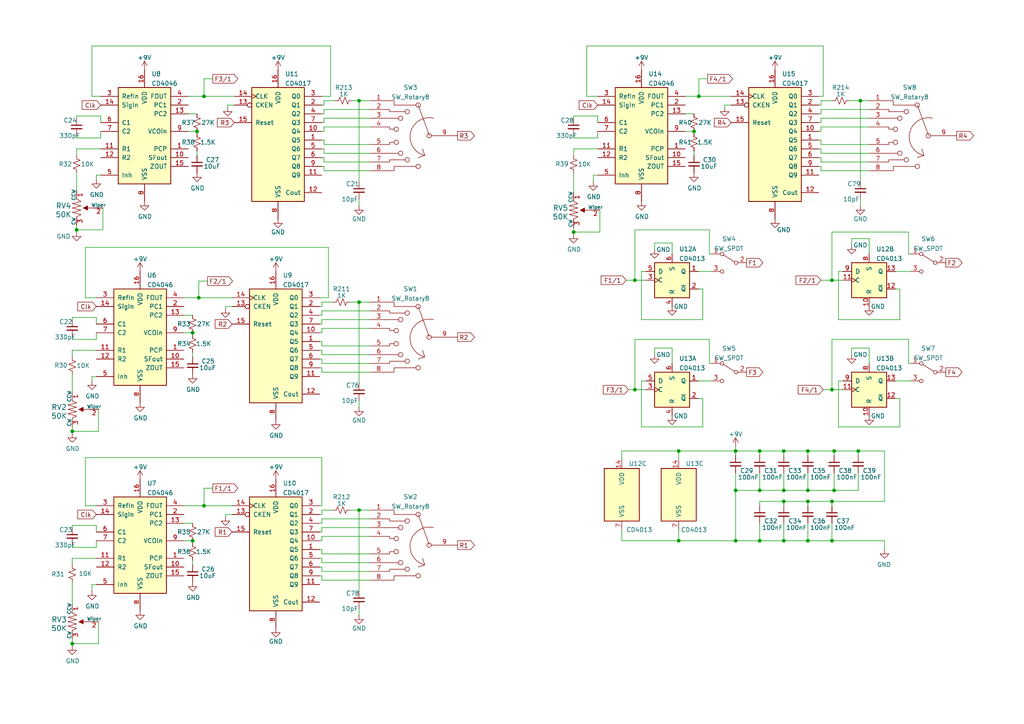
<source format=kicad_sch>
(kicad_sch (version 20211123) (generator eeschema)
  (paper "A4")
  (title_block (title "Twangilizer") (rev "1.1"))
  (junction (at 55.88 156.845))
  (junction (at 55.88 96.52))
  (junction (at 104.14 29.21))
  (junction (at 184.15 81.28))
  (junction (at 241.3 156.845))
  (junction (at 227.33 142.24))
  (junction (at 166.37 67.31))
  (junction (at 196.85 130.81))
  (junction (at 104.14 87.63))
  (junction (at 234.315 145.415))
  (junction (at 220.345 156.845))
  (junction (at 234.315 142.24))
  (junction (at 196.85 156.845))
  (junction (at 20.955 186.69))
  (junction (at 227.33 156.845))
  (junction (at 59.182 27.94))
  (junction (at 241.3 81.28))
  (junction (at 241.3 113.03))
  (junction (at 227.33 145.415))
  (junction (at 241.3 145.415))
  (junction (at 184.15 113.03))
  (junction (at 57.15 38.1))
  (junction (at 213.36 142.24))
  (junction (at 59.182 146.685))
  (junction (at 201.295 38.1))
  (junction (at 234.315 156.845))
  (junction (at 220.345 130.81))
  (junction (at 213.36 156.845))
  (junction (at 20.955 125.095))
  (junction (at 249.555 29.21))
  (junction (at 227.33 130.81))
  (junction (at 104.14 147.955))
  (junction (at 241.935 130.81))
  (junction (at 241.935 142.24))
  (junction (at 57.658 86.36))
  (junction (at 234.315 130.81))
  (junction (at 202.692 27.94))
  (junction (at 22.225 66.675))
  (junction (at 220.345 142.24))
  (junction (at 248.92 130.81))
  (junction (at 213.36 130.81))
  (wire (pts (xy 22.225 40.005) (xy 22.225 39.37)))
  (wire (pts (xy 20.955 123.825) (xy 20.955 125.095)))
  (wire (pts (xy 220.345 137.16) (xy 220.345 142.24)))
  (wire (pts (xy 260.985 83.82) (xy 260.985 92.71)))
  (wire (pts (xy 173.355 33.655) (xy 166.37 33.655)))
  (wire (pts (xy 205.232 22.86) (xy 202.692 22.86)))
  (wire (pts (xy 243.205 123.825) (xy 243.205 110.49)))
  (wire (pts (xy 93.98 36.83) (xy 107.315 36.83)))
  (wire (pts (xy 93.345 161.925) (xy 93.345 163.195)))
  (wire (pts (xy 28.575 180.34) (xy 28.575 186.69)))
  (wire (pts (xy 247.015 69.215) (xy 247.015 71.12)))
  (wire (pts (xy 22.225 43.18) (xy 22.225 45.085)))
  (wire (pts (xy 238.125 43.18) (xy 238.125 44.45)))
  (wire (pts (xy 53.34 96.52) (xy 55.88 96.52)))
  (wire (pts (xy 93.98 31.75) (xy 107.315 31.75)))
  (wire (pts (xy 241.3 67.31) (xy 241.3 81.28)))
  (wire (pts (xy 238.125 44.45) (xy 252.095 44.45)))
  (wire (pts (xy 186.055 110.49) (xy 187.325 110.49)))
  (wire (pts (xy 213.36 129.54) (xy 213.36 130.81)))
  (wire (pts (xy 104.14 29.21) (xy 104.14 52.705)))
  (wire (pts (xy 55.88 102.235) (xy 55.88 103.505)))
  (wire (pts (xy 202.565 78.74) (xy 206.375 78.74)))
  (wire (pts (xy 92.71 91.44) (xy 93.345 91.44)))
  (wire (pts (xy 220.345 132.08) (xy 220.345 130.81)))
  (wire (pts (xy 93.345 101.6) (xy 93.345 102.87)))
  (wire (pts (xy 241.3 146.685) (xy 241.3 145.415)))
  (wire (pts (xy 196.85 153.67) (xy 196.85 156.845)))
  (wire (pts (xy 243.205 92.71) (xy 243.205 78.74)))
  (wire (pts (xy 196.85 130.81) (xy 196.85 133.35)))
  (wire (pts (xy 93.345 154.305) (xy 93.345 153.035)))
  (wire (pts (xy 60.198 81.534) (xy 57.658 81.534)))
  (wire (pts (xy 22.225 50.165) (xy 22.225 55.245)))
  (wire (pts (xy 93.98 46.99) (xy 107.315 46.99)))
  (wire (pts (xy 237.49 33.02) (xy 238.125 33.02)))
  (wire (pts (xy 93.345 91.44) (xy 93.345 90.17)))
  (wire (pts (xy 28.575 118.745) (xy 28.575 125.095)))
  (wire (pts (xy 237.49 38.1) (xy 238.125 38.1)))
  (wire (pts (xy 184.15 66.675) (xy 205.74 66.675)))
  (wire (pts (xy 95.25 86.36) (xy 92.71 86.36)))
  (wire (pts (xy 173.355 27.94) (xy 170.18 27.94)))
  (wire (pts (xy 27.94 161.925) (xy 20.955 161.925)))
  (wire (pts (xy 92.71 88.9) (xy 93.345 88.9)))
  (wire (pts (xy 172.085 52.705) (xy 172.085 50.8)))
  (wire (pts (xy 180.34 133.35) (xy 180.34 130.81)))
  (wire (pts (xy 238.76 27.94) (xy 237.49 27.94)))
  (wire (pts (xy 27.94 96.52) (xy 27.94 98.425)))
  (wire (pts (xy 93.98 33.02) (xy 93.98 31.75)))
  (wire (pts (xy 93.98 44.45) (xy 107.315 44.45)))
  (wire (pts (xy 104.14 147.955) (xy 104.14 171.45)))
  (wire (pts (xy 59.182 27.94) (xy 67.945 27.94)))
  (wire (pts (xy 95.885 13.335) (xy 95.885 27.94)))
  (wire (pts (xy 243.205 78.74) (xy 244.475 78.74)))
  (wire (pts (xy 256.54 156.845) (xy 256.54 159.385)))
  (wire (pts (xy 57.658 81.534) (xy 57.658 86.36)))
  (wire (pts (xy 27.94 156.845) (xy 27.94 158.75)))
  (wire (pts (xy 243.205 110.49) (xy 244.475 110.49)))
  (wire (pts (xy 66.04 31.115) (xy 66.04 30.48)))
  (wire (pts (xy 53.34 156.845) (xy 55.88 156.845)))
  (wire (pts (xy 248.92 130.81) (xy 256.54 130.81)))
  (wire (pts (xy 237.49 40.64) (xy 238.125 40.64)))
  (wire (pts (xy 29.21 38.1) (xy 29.21 40.005)))
  (wire (pts (xy 237.49 35.56) (xy 238.125 35.56)))
  (wire (pts (xy 203.835 123.825) (xy 186.055 123.825)))
  (wire (pts (xy 237.49 30.48) (xy 238.125 30.48)))
  (wire (pts (xy 54.61 33.02) (xy 57.15 33.02)))
  (wire (pts (xy 93.345 156.845) (xy 93.345 155.575)))
  (wire (pts (xy 93.345 151.765) (xy 93.345 150.495)))
  (wire (pts (xy 93.98 41.91) (xy 107.315 41.91)))
  (wire (pts (xy 213.36 156.845) (xy 220.345 156.845)))
  (wire (pts (xy 194.945 73.66) (xy 194.945 70.485)))
  (wire (pts (xy 93.98 30.48) (xy 93.98 29.21)))
  (wire (pts (xy 92.71 159.385) (xy 93.345 159.385)))
  (wire (pts (xy 234.315 145.415) (xy 241.3 145.415)))
  (wire (pts (xy 29.21 35.56) (xy 29.21 33.655)))
  (wire (pts (xy 59.182 141.605) (xy 59.182 146.685)))
  (wire (pts (xy 241.3 156.845) (xy 256.54 156.845)))
  (wire (pts (xy 173.99 67.31) (xy 166.37 67.31)))
  (wire (pts (xy 93.345 100.33) (xy 107.315 100.33)))
  (wire (pts (xy 203.835 92.71) (xy 186.055 92.71)))
  (wire (pts (xy 27.94 52.07) (xy 27.94 50.8)))
  (wire (pts (xy 198.755 27.94) (xy 202.692 27.94)))
  (wire (pts (xy 93.345 99.06) (xy 93.345 100.33)))
  (wire (pts (xy 238.76 113.03) (xy 241.3 113.03)))
  (wire (pts (xy 247.015 100.965) (xy 247.015 102.87)))
  (wire (pts (xy 26.67 169.545) (xy 27.94 169.545)))
  (wire (pts (xy 27.94 93.98) (xy 27.94 92.075)))
  (wire (pts (xy 196.85 156.845) (xy 213.36 156.845)))
  (wire (pts (xy 93.98 45.72) (xy 93.98 46.99)))
  (wire (pts (xy 93.98 35.56) (xy 93.98 34.29)))
  (wire (pts (xy 260.985 123.825) (xy 243.205 123.825)))
  (wire (pts (xy 93.345 165.735) (xy 107.315 165.735)))
  (wire (pts (xy 238.125 33.02) (xy 238.125 31.75)))
  (wire (pts (xy 55.88 96.52) (xy 55.88 97.155)))
  (wire (pts (xy 93.345 95.25) (xy 107.315 95.25)))
  (wire (pts (xy 102.235 29.21) (xy 104.14 29.21)))
  (wire (pts (xy 93.345 93.98) (xy 93.345 92.71)))
  (wire (pts (xy 92.71 101.6) (xy 93.345 101.6)))
  (wire (pts (xy 170.18 27.94) (xy 170.18 13.335)))
  (wire (pts (xy 93.345 88.9) (xy 93.345 87.63)))
  (wire (pts (xy 93.345 90.17) (xy 107.315 90.17)))
  (wire (pts (xy 181.61 81.28) (xy 184.15 81.28)))
  (wire (pts (xy 166.37 43.18) (xy 166.37 45.085)))
  (wire (pts (xy 92.71 99.06) (xy 93.345 99.06)))
  (wire (pts (xy 92.71 154.305) (xy 93.345 154.305)))
  (wire (pts (xy 249.555 29.21) (xy 252.095 29.21)))
  (wire (pts (xy 186.055 78.74) (xy 187.325 78.74)))
  (wire (pts (xy 93.345 43.18) (xy 93.98 43.18)))
  (wire (pts (xy 263.525 98.425) (xy 263.525 105.41)))
  (wire (pts (xy 93.345 106.68) (xy 93.345 107.95)))
  (wire (pts (xy 93.345 87.63) (xy 96.52 87.63)))
  (wire (pts (xy 227.33 156.845) (xy 234.315 156.845)))
  (wire (pts (xy 95.25 71.755) (xy 95.25 86.36)))
  (wire (pts (xy 180.34 130.81) (xy 196.85 130.81)))
  (wire (pts (xy 234.315 142.24) (xy 241.935 142.24)))
  (wire (pts (xy 248.92 132.08) (xy 248.92 130.81)))
  (wire (pts (xy 170.18 13.335) (xy 238.76 13.335)))
  (wire (pts (xy 238.125 46.99) (xy 252.095 46.99)))
  (wire (pts (xy 238.125 36.83) (xy 252.095 36.83)))
  (wire (pts (xy 234.315 132.08) (xy 234.315 130.81)))
  (wire (pts (xy 227.33 145.415) (xy 234.315 145.415)))
  (wire (pts (xy 20.955 98.425) (xy 20.955 97.79)))
  (wire (pts (xy 241.3 113.03) (xy 244.475 113.03)))
  (wire (pts (xy 220.345 156.845) (xy 227.33 156.845)))
  (wire (pts (xy 220.345 130.81) (xy 227.33 130.81)))
  (wire (pts (xy 26.67 109.22) (xy 27.94 109.22)))
  (wire (pts (xy 259.715 83.82) (xy 260.985 83.82)))
  (wire (pts (xy 93.345 155.575) (xy 107.315 155.575)))
  (wire (pts (xy 166.37 66.04) (xy 166.37 67.31)))
  (wire (pts (xy 93.345 167.005) (xy 93.345 168.275)))
  (wire (pts (xy 93.345 105.41) (xy 107.315 105.41)))
  (wire (pts (xy 201.295 43.815) (xy 201.295 45.085)))
  (wire (pts (xy 93.345 149.225) (xy 93.345 147.955)))
  (wire (pts (xy 238.125 34.29) (xy 252.095 34.29)))
  (wire (pts (xy 24.765 71.755) (xy 95.25 71.755)))
  (wire (pts (xy 20.955 108.585) (xy 20.955 113.665)))
  (wire (pts (xy 59.182 22.86) (xy 59.182 27.94)))
  (wire (pts (xy 213.36 132.08) (xy 213.36 130.81)))
  (wire (pts (xy 234.315 146.685) (xy 234.315 145.415)))
  (wire (pts (xy 237.49 43.18) (xy 238.125 43.18)))
  (wire (pts (xy 205.74 73.66) (xy 206.375 73.66)))
  (wire (pts (xy 186.055 123.825) (xy 186.055 110.49)))
  (wire (pts (xy 234.315 156.845) (xy 241.3 156.845)))
  (wire (pts (xy 252.095 73.66) (xy 252.095 69.215)))
  (wire (pts (xy 249.555 29.21) (xy 249.555 52.705)))
  (wire (pts (xy 59.182 146.685) (xy 67.31 146.685)))
  (wire (pts (xy 252.095 105.41) (xy 252.095 100.965)))
  (wire (pts (xy 166.37 67.31) (xy 166.37 67.945)))
  (wire (pts (xy 29.21 27.94) (xy 26.67 27.94)))
  (wire (pts (xy 173.355 43.18) (xy 166.37 43.18)))
  (wire (pts (xy 238.125 30.48) (xy 238.125 29.21)))
  (wire (pts (xy 210.185 31.115) (xy 210.185 30.48)))
  (wire (pts (xy 237.49 48.26) (xy 238.125 48.26)))
  (wire (pts (xy 241.3 151.765) (xy 241.3 156.845)))
  (wire (pts (xy 55.88 162.56) (xy 55.88 163.83)))
  (wire (pts (xy 57.15 38.1) (xy 57.15 38.735)))
  (wire (pts (xy 259.715 110.49) (xy 264.16 110.49)))
  (wire (pts (xy 92.71 167.005) (xy 93.345 167.005)))
  (wire (pts (xy 238.125 48.26) (xy 238.125 49.53)))
  (wire (pts (xy 173.355 38.1) (xy 173.355 40.005)))
  (wire (pts (xy 220.345 146.685) (xy 220.345 145.415)))
  (wire (pts (xy 93.345 33.02) (xy 93.98 33.02)))
  (wire (pts (xy 241.3 98.425) (xy 241.3 113.03)))
  (wire (pts (xy 196.85 130.81) (xy 213.36 130.81)))
  (wire (pts (xy 227.33 146.685) (xy 227.33 145.415)))
  (wire (pts (xy 28.575 125.095) (xy 20.955 125.095)))
  (wire (pts (xy 29.845 66.675) (xy 22.225 66.675)))
  (wire (pts (xy 92.71 104.14) (xy 93.345 104.14)))
  (wire (pts (xy 213.36 142.24) (xy 213.36 156.845)))
  (wire (pts (xy 29.845 60.325) (xy 29.845 66.675)))
  (wire (pts (xy 238.125 38.1) (xy 238.125 36.83)))
  (wire (pts (xy 166.37 33.655) (xy 166.37 34.29)))
  (wire (pts (xy 173.99 60.96) (xy 173.99 67.31)))
  (wire (pts (xy 92.71 149.225) (xy 93.345 149.225)))
  (wire (pts (xy 93.345 96.52) (xy 93.345 95.25)))
  (wire (pts (xy 24.765 132.715) (xy 24.765 146.685)))
  (wire (pts (xy 93.345 104.14) (xy 93.345 105.41)))
  (wire (pts (xy 27.94 152.4) (xy 20.955 152.4)))
  (wire (pts (xy 65.405 149.86) (xy 65.405 149.225)))
  (wire (pts (xy 55.88 156.845) (xy 55.88 157.48)))
  (wire (pts (xy 234.315 137.16) (xy 234.315 142.24)))
  (wire (pts (xy 263.525 105.41) (xy 264.16 105.41)))
  (wire (pts (xy 20.955 185.42) (xy 20.955 186.69)))
  (wire (pts (xy 93.345 102.87) (xy 107.315 102.87)))
  (wire (pts (xy 92.71 96.52) (xy 93.345 96.52)))
  (wire (pts (xy 61.722 141.605) (xy 59.182 141.605)))
  (wire (pts (xy 26.67 27.94) (xy 26.67 13.335)))
  (wire (pts (xy 249.555 57.785) (xy 249.555 59.69)))
  (wire (pts (xy 210.185 30.48) (xy 212.09 30.48)))
  (wire (pts (xy 205.74 66.675) (xy 205.74 73.66)))
  (wire (pts (xy 53.34 86.36) (xy 57.658 86.36)))
  (wire (pts (xy 104.14 176.53) (xy 104.14 178.435)))
  (wire (pts (xy 26.67 169.545) (xy 26.67 171.45)))
  (wire (pts (xy 27.94 50.8) (xy 29.21 50.8)))
  (wire (pts (xy 27.94 98.425) (xy 20.955 98.425)))
  (wire (pts (xy 104.14 29.21) (xy 107.315 29.21)))
  (wire (pts (xy 213.36 130.81) (xy 220.345 130.81)))
  (wire (pts (xy 194.945 100.965) (xy 189.865 100.965)))
  (wire (pts (xy 260.985 92.71) (xy 243.205 92.71)))
  (wire (pts (xy 234.315 151.765) (xy 234.315 156.845)))
  (wire (pts (xy 198.755 38.1) (xy 201.295 38.1)))
  (wire (pts (xy 93.345 164.465) (xy 93.345 165.735)))
  (wire (pts (xy 260.985 115.57) (xy 260.985 123.825)))
  (wire (pts (xy 202.565 115.57) (xy 203.835 115.57)))
  (wire (pts (xy 104.14 87.63) (xy 107.315 87.63)))
  (wire (pts (xy 241.935 142.24) (xy 248.92 142.24)))
  (wire (pts (xy 180.34 156.845) (xy 196.85 156.845)))
  (wire (pts (xy 93.345 107.95) (xy 107.315 107.95)))
  (wire (pts (xy 238.125 40.64) (xy 238.125 41.91)))
  (wire (pts (xy 186.055 92.71) (xy 186.055 78.74)))
  (wire (pts (xy 220.345 142.24) (xy 227.33 142.24)))
  (wire (pts (xy 93.98 43.18) (xy 93.98 44.45)))
  (wire (pts (xy 202.565 110.49) (xy 206.375 110.49)))
  (wire (pts (xy 173.355 35.56) (xy 173.355 33.655)))
  (wire (pts (xy 20.955 168.91) (xy 20.955 175.26)))
  (wire (pts (xy 93.98 29.21) (xy 97.155 29.21)))
  (wire (pts (xy 92.71 93.98) (xy 93.345 93.98)))
  (wire (pts (xy 93.345 92.71) (xy 107.315 92.71)))
  (wire (pts (xy 27.94 92.075) (xy 20.955 92.075)))
  (wire (pts (xy 220.345 151.765) (xy 220.345 156.845)))
  (wire (pts (xy 54.61 27.94) (xy 59.182 27.94)))
  (wire (pts (xy 241.3 145.415) (xy 256.54 145.415)))
  (wire (pts (xy 166.37 40.005) (xy 166.37 39.37)))
  (wire (pts (xy 20.955 152.4) (xy 20.955 153.035)))
  (wire (pts (xy 227.33 132.08) (xy 227.33 130.81)))
  (wire (pts (xy 93.345 150.495) (xy 107.315 150.495)))
  (wire (pts (xy 93.345 168.275) (xy 107.315 168.275)))
  (wire (pts (xy 29.21 40.005) (xy 22.225 40.005)))
  (wire (pts (xy 26.67 110.49) (xy 26.67 109.22)))
  (wire (pts (xy 180.34 153.67) (xy 180.34 156.845)))
  (wire (pts (xy 93.98 38.1) (xy 93.98 36.83)))
  (wire (pts (xy 205.74 98.425) (xy 205.74 105.41)))
  (wire (pts (xy 202.565 83.82) (xy 203.835 83.82)))
  (wire (pts (xy 93.345 146.685) (xy 93.345 132.715)))
  (wire (pts (xy 93.345 163.195) (xy 107.315 163.195)))
  (wire (pts (xy 66.04 30.48) (xy 67.945 30.48)))
  (wire (pts (xy 184.15 113.03) (xy 187.325 113.03)))
  (wire (pts (xy 166.37 50.165) (xy 166.37 55.88)))
  (wire (pts (xy 20.955 158.75) (xy 20.955 158.115)))
  (wire (pts (xy 93.345 132.715) (xy 24.765 132.715)))
  (wire (pts (xy 238.125 49.53) (xy 252.095 49.53)))
  (wire (pts (xy 238.125 35.56) (xy 238.125 34.29)))
  (wire (pts (xy 203.835 83.82) (xy 203.835 92.71)))
  (wire (pts (xy 93.345 45.72) (xy 93.98 45.72)))
  (wire (pts (xy 238.125 31.75) (xy 252.095 31.75)))
  (wire (pts (xy 93.345 153.035) (xy 107.315 153.035)))
  (wire (pts (xy 227.33 142.24) (xy 234.315 142.24)))
  (wire (pts (xy 104.14 116.205) (xy 104.14 118.11)))
  (wire (pts (xy 241.3 81.28) (xy 244.475 81.28)))
  (wire (pts (xy 93.98 40.64) (xy 93.98 41.91)))
  (wire (pts (xy 27.94 158.75) (xy 20.955 158.75)))
  (wire (pts (xy 104.14 57.785) (xy 104.14 59.69)))
  (wire (pts (xy 234.315 130.81) (xy 241.935 130.81)))
  (wire (pts (xy 205.74 105.41) (xy 206.375 105.41)))
  (wire (pts (xy 53.34 151.765) (xy 55.88 151.765)))
  (wire (pts (xy 263.525 73.66) (xy 264.16 73.66)))
  (wire (pts (xy 184.15 81.28) (xy 187.325 81.28)))
  (wire (pts (xy 238.125 29.21) (xy 241.3 29.21)))
  (wire (pts (xy 227.33 137.16) (xy 227.33 142.24)))
  (wire (pts (xy 241.3 98.425) (xy 263.525 98.425)))
  (wire (pts (xy 93.98 49.53) (xy 107.315 49.53)))
  (wire (pts (xy 22.225 66.675) (xy 22.225 67.31)))
  (wire (pts (xy 184.15 98.425) (xy 205.74 98.425)))
  (wire (pts (xy 238.76 13.335) (xy 238.76 27.94)))
  (wire (pts (xy 93.345 35.56) (xy 93.98 35.56)))
  (wire (pts (xy 22.225 33.655) (xy 22.225 34.29)))
  (wire (pts (xy 263.525 67.31) (xy 263.525 73.66)))
  (wire (pts (xy 101.6 87.63) (xy 104.14 87.63)))
  (wire (pts (xy 65.405 89.535) (xy 65.405 88.9)))
  (wire (pts (xy 57.658 86.36) (xy 67.31 86.36)))
  (wire (pts (xy 252.095 69.215) (xy 247.015 69.215)))
  (wire (pts (xy 104.14 87.63) (xy 104.14 111.125)))
  (wire (pts (xy 198.755 33.02) (xy 201.295 33.02)))
  (wire (pts (xy 20.955 161.925) (xy 20.955 163.83)))
  (wire (pts (xy 256.54 130.81) (xy 256.54 145.415)))
  (wire (pts (xy 213.36 137.16) (xy 213.36 142.24)))
  (wire (pts (xy 246.38 29.21) (xy 249.555 29.21)))
  (wire (pts (xy 93.345 160.655) (xy 107.315 160.655)))
  (wire (pts (xy 92.71 146.685) (xy 93.345 146.685)))
  (wire (pts (xy 238.125 41.91) (xy 252.095 41.91)))
  (wire (pts (xy 93.98 34.29) (xy 107.315 34.29)))
  (wire (pts (xy 93.345 38.1) (xy 93.98 38.1)))
  (wire (pts (xy 92.71 156.845) (xy 93.345 156.845)))
  (wire (pts (xy 93.345 40.64) (xy 93.98 40.64)))
  (wire (pts (xy 53.34 146.685) (xy 59.182 146.685)))
  (wire (pts (xy 238.125 45.72) (xy 238.125 46.99)))
  (wire (pts (xy 93.345 30.48) (xy 93.98 30.48)))
  (wire (pts (xy 202.692 27.94) (xy 212.09 27.94)))
  (wire (pts (xy 26.67 13.335) (xy 95.885 13.335)))
  (wire (pts (xy 213.36 142.24) (xy 220.345 142.24)))
  (wire (pts (xy 92.71 161.925) (xy 93.345 161.925)))
  (wire (pts (xy 194.945 105.41) (xy 194.945 100.965)))
  (wire (pts (xy 28.575 186.69) (xy 20.955 186.69)))
  (wire (pts (xy 182.245 113.03) (xy 184.15 113.03)))
  (wire (pts (xy 241.935 130.81) (xy 248.92 130.81)))
  (wire (pts (xy 92.71 106.68) (xy 93.345 106.68)))
  (wire (pts (xy 53.34 91.44) (xy 55.88 91.44)))
  (wire (pts (xy 259.715 115.57) (xy 260.985 115.57)))
  (wire (pts (xy 173.355 40.005) (xy 166.37 40.005)))
  (wire (pts (xy 20.955 125.095) (xy 20.955 125.73)))
  (wire (pts (xy 95.885 27.94) (xy 93.345 27.94)))
  (wire (pts (xy 65.405 88.9) (xy 67.31 88.9)))
  (wire (pts (xy 241.3 67.31) (xy 263.525 67.31)))
  (wire (pts (xy 252.095 100.965) (xy 247.015 100.965)))
  (wire (pts (xy 227.33 130.81) (xy 234.315 130.81)))
  (wire (pts (xy 227.33 151.765) (xy 227.33 156.845)))
  (wire (pts (xy 93.98 48.26) (xy 93.98 49.53)))
  (wire (pts (xy 172.085 50.8) (xy 173.355 50.8)))
  (wire (pts (xy 61.722 22.86) (xy 59.182 22.86)))
  (wire (pts (xy 237.49 45.72) (xy 238.125 45.72)))
  (wire (pts (xy 93.345 159.385) (xy 93.345 160.655)))
  (wire (pts (xy 220.345 145.415) (xy 227.33 145.415)))
  (wire (pts (xy 194.945 70.485) (xy 189.865 70.485)))
  (wire (pts (xy 201.295 38.1) (xy 201.295 38.735)))
  (wire (pts (xy 24.765 86.36) (xy 24.765 71.755)))
  (wire (pts (xy 27.94 86.36) (xy 24.765 86.36)))
  (wire (pts (xy 20.955 92.075) (xy 20.955 92.71)))
  (wire (pts (xy 92.71 164.465) (xy 93.345 164.465)))
  (wire (pts (xy 238.125 81.28) (xy 241.3 81.28)))
  (wire (pts (xy 22.225 65.405) (xy 22.225 66.675)))
  (wire (pts (xy 202.692 22.86) (xy 202.692 27.94)))
  (wire (pts (xy 29.21 43.18) (xy 22.225 43.18)))
  (wire (pts (xy 29.21 33.655) (xy 22.225 33.655)))
  (wire (pts (xy 259.715 78.74) (xy 264.16 78.74)))
  (wire (pts (xy 27.94 101.6) (xy 20.955 101.6)))
  (wire (pts (xy 20.955 101.6) (xy 20.955 103.505)))
  (wire (pts (xy 93.345 147.955) (xy 96.52 147.955)))
  (wire (pts (xy 184.15 66.675) (xy 184.15 81.28)))
  (wire (pts (xy 189.865 70.485) (xy 189.865 72.39)))
  (wire (pts (xy 248.92 137.16) (xy 248.92 142.24)))
  (wire (pts (xy 27.94 154.305) (xy 27.94 152.4)))
  (wire (pts (xy 189.865 100.965) (xy 189.865 102.87)))
  (wire (pts (xy 65.405 149.225) (xy 67.31 149.225)))
  (wire (pts (xy 184.15 98.425) (xy 184.15 113.03)))
  (wire (pts (xy 54.61 38.1) (xy 57.15 38.1)))
  (wire (pts (xy 92.71 151.765) (xy 93.345 151.765)))
  (wire (pts (xy 241.935 137.16) (xy 241.935 142.24)))
  (wire (pts (xy 203.835 115.57) (xy 203.835 123.825)))
  (wire (pts (xy 93.345 48.26) (xy 93.98 48.26)))
  (wire (pts (xy 241.935 132.08) (xy 241.935 130.81)))
  (wire (pts (xy 104.14 147.955) (xy 107.315 147.955)))
  (wire (pts (xy 101.6 147.955) (xy 104.14 147.955)))
  (wire (pts (xy 57.15 43.815) (xy 57.15 45.085)))
  (wire (pts (xy 24.765 146.685) (xy 27.94 146.685)))
  (wire (pts (xy 20.955 186.69) (xy 20.955 187.325)))
  (global_label "F1{slash}1" (shape input) (at 181.61 81.28 180) (property "Intersheet References" "${INTERSHEET_REFS}" (effects hide)))
  (global_label "F4{slash}1" (shape output) (at 205.232 22.86 0) (property "Intersheet References" "${INTERSHEET_REFS}" (effects hide)))
  (global_label "F3" (shape output) (at 216.535 107.95 0) (property "Intersheet References" "${INTERSHEET_REFS}" (effects hide)))
  (global_label "Clk" (shape input) (at 27.94 149.225 180) (property "Intersheet References" "${INTERSHEET_REFS}" (effects hide)))
  (global_label "F2{slash}1" (shape input) (at 238.125 81.28 180) (property "Intersheet References" "${INTERSHEET_REFS}" (effects hide)))
  (global_label "R3" (shape input) (at 67.945 35.56 180) (property "Intersheet References" "${INTERSHEET_REFS}" (effects hide)))
  (global_label "R2" (shape input) (at 67.31 93.98 180) (property "Intersheet References" "${INTERSHEET_REFS}" (effects hide)))
  (global_label "Clk" (shape input) (at 29.21 30.48 180) (property "Intersheet References" "${INTERSHEET_REFS}" (effects hide)))
  (global_label "R1" (shape output) (at 132.715 158.115 0) (property "Intersheet References" "${INTERSHEET_REFS}" (effects hide)))
  (global_label "F4" (shape output) (at 274.32 107.95 0) (property "Intersheet References" "${INTERSHEET_REFS}" (effects hide)))
  (global_label "F1{slash}1" (shape output) (at 61.722 141.605 0) (property "Intersheet References" "${INTERSHEET_REFS}" (effects hide)))
  (global_label "F3{slash}1" (shape output) (at 61.722 22.86 0) (property "Intersheet References" "${INTERSHEET_REFS}" (effects hide)))
  (global_label "R4" (shape output) (at 277.495 39.37 0) (property "Intersheet References" "${INTERSHEET_REFS}" (effects hide)))
  (global_label "F2{slash}1" (shape output) (at 60.198 81.534 0) (property "Intersheet References" "${INTERSHEET_REFS}" (effects hide)))
  (global_label "F1" (shape output) (at 216.535 76.2 0) (property "Intersheet References" "${INTERSHEET_REFS}" (effects hide)))
  (global_label "R1" (shape input) (at 67.31 154.305 180) (property "Intersheet References" "${INTERSHEET_REFS}" (effects hide)))
  (global_label "R4" (shape input) (at 212.09 35.56 180) (property "Intersheet References" "${INTERSHEET_REFS}" (effects hide)))
  (global_label "F2" (shape output) (at 274.32 76.2 0) (property "Intersheet References" "${INTERSHEET_REFS}" (effects hide)))
  (global_label "Clk" (shape input) (at 27.94 88.9 180) (property "Intersheet References" "${INTERSHEET_REFS}" (effects hide)))
  (global_label "R2" (shape output) (at 132.715 97.79 0) (property "Intersheet References" "${INTERSHEET_REFS}" (effects hide)))
  (global_label "Clk" (shape input) (at 173.355 30.48 180) (property "Intersheet References" "${INTERSHEET_REFS}" (effects hide)))
  (global_label "F4{slash}1" (shape input) (at 238.76 113.03 180) (property "Intersheet References" "${INTERSHEET_REFS}" (effects hide)))
  (global_label "R3" (shape output) (at 132.715 39.37 0) (property "Intersheet References" "${INTERSHEET_REFS}" (effects hide)))
  (global_label "F3{slash}1" (shape input) (at 182.245 113.03 180) (property "Intersheet References" "${INTERSHEET_REFS}" (effects hide)))
  (symbol (lib_id "4xxx:4013") (at 180.34 143.51 0) (unit 3)
    (property "Reference" "U12" (at 182.3594 134.4635 0) (effects (justify left)))
    (property "Value" "CD4013" (at 181.61 153.67 0) (effects (justify left)))
    (property "Footprint" "Package_SO:SOIC-14_3.9x8.7mm_P1.27mm" (effects hide))
    (property "Datasheet" "http://www.onsemi.com/pub/Collateral/MC14013B-D.PDF" (effects hide))
    (property "LCSC Part #" "C13527" (effects hide))
    (property "Digi-Key Part" "296-24347-1-ND" (effects hide))
  )
  (symbol (lib_id "4xxx:4013") (at 252.095 81.28 0) (unit 2)
    (property "Reference" "U12" (at 254.1144 72.2335 0) (effects (justify left)))
    (property "Value" "CD4013" (at 254.1144 75.0086 0) (effects (justify left)))
    (property "Footprint" "Package_SO:SOIC-14_3.9x8.7mm_P1.27mm" (effects hide))
    (property "Datasheet" "http://www.onsemi.com/pub/Collateral/MC14013B-D.PDF" (effects hide))
    (property "LCSC Part #" "C13527" (effects hide))
    (property "Digi-Key Part" "296-24347-1-ND" (effects hide))
  )
  (symbol (lib_id "4xxx:4017") (at 80.645 40.64 0) (unit 1)
    (property "Reference" "U11" (at 82.6644 21.4335 0) (effects (justify left)))
    (property "Value" "CD4017" (at 82.6644 24.2086 0) (effects (justify left)))
    (property "Footprint" "Package_SO:SOIC-16_3.9x9.9mm_P1.27mm" (effects hide))
    (property "Datasheet" "http://www.intersil.com/content/dam/Intersil/documents/cd40/cd4017bms-22bms.pdf" (effects hide))
    (property "Digi-Key Part" "296-12808-1-ND" (effects hide))
    (property "LCSC Part #" "C356694" (effects hide))
  )
  (symbol (lib_id "Device:R_Small_US") (at 57.15 41.275 0) (unit 1)
    (property "Reference" "R38" (at 54.61 41.275 0))
    (property "Value" "1.5K" (at 60.325 41.275 0))
    (property "Footprint" "Resistor_SMD:R_0805_2012Metric_Pad1.20x1.40mm_HandSolder" (effects hide))
    (property "Digi-Key Part" "CF14JT10K0CT-ND" (effects hide))
    (property "LCSC Part #" "C4310" (effects hide))
  )
  (symbol (lib_id "4xxx:4046") (at 40.64 96.52 0) (unit 1)
    (property "Reference" "U6" (at 42.6594 79.8535 0) (effects (justify left)))
    (property "Value" "CD4046" (at 42.6594 82.6286 0) (effects (justify left)))
    (property "Footprint" "Package_SO:TSSOP-16_4.4x5mm_P0.65mm" (effects hide))
    (property "Datasheet" "https://assets.nexperia.com/documents/data-sheet/HEF4046B.pdf" (effects hide))
    (property "LCSC Part #" "C2651240" (effects hide))
    (property "Digi-Key Part" "296-32888-5-ND" (effects hide))
  )
  (symbol (lib_id "Device:C_Small") (at 213.36 134.62 0) (unit 1)
    (property "Reference" "C29" (at 214.63 136.525 0) (effects (justify left)))
    (property "Value" "100nF" (at 213.995 138.43 0) (effects (justify left)))
    (property "Footprint" "Capacitor_SMD:C_0805_2012Metric_Pad1.18x1.45mm_HandSolder" (effects hide))
    (property "Datasheet" "http://datasheets.avx.com/SR-Series.pdf" (effects hide))
    (property "Digi-Key Part" "478-10836-1-ND" (effects hide))
    (property "LCSC Part #" "C49678" (effects hide))
  )
  (symbol (lib_id "greenface-symbols:SW_Rotary8") (at 117.475 97.79 0) (mirror y) (unit 1)
    (property "Reference" "SW1" (at 119.0625 83.7905 0))
    (property "Value" "SW_Rotary8" (at 119.0625 86.5656 0))
    (property "Footprint" "sputterizer:CPA_8" (effects hide))
    (property "Datasheet" "http://cdn-reichelt.de/documents/datenblatt/C200/DS-Serie%23LOR.pdf" (effects hide))
    (property "Digi-Key Part" "1528-2925-ND" (effects hide))
  )
  (symbol (lib_id "power:GND") (at 224.79 63.5 0) (unit 1)
    (property "Reference" "#PWR079" (effects hide))
    (property "Value" "GND" (at 227.33 66.675 0))
  )
  (symbol (lib_id "4xxx:4013") (at 194.945 113.03 0) (unit 1)
    (property "Reference" "U13" (at 196.9644 103.9835 0) (effects (justify left)))
    (property "Value" "CD4013" (at 196.9644 106.7586 0) (effects (justify left)))
    (property "Footprint" "Package_SO:SOIC-14_3.9x8.7mm_P1.27mm" (effects hide))
    (property "Datasheet" "http://www.onsemi.com/pub/Collateral/MC14013B-D.PDF" (effects hide))
    (property "LCSC Part #" "C13527" (effects hide))
    (property "Digi-Key Part" "296-24347-1-ND" (effects hide))
  )
  (symbol (lib_id "power:GND") (at 247.015 71.12 0) (unit 1)
    (property "Reference" "#PWR0251" (effects hide))
    (property "Value" "GND" (at 249.555 71.12 0))
  )
  (symbol (lib_id "Device:C_Small") (at 20.955 155.575 0) (unit 1)
    (property "Reference" "C23" (at 17.145 153.67 0) (effects (justify left)))
    (property "Value" "330pF" (at 15.875 158.115 0) (effects (justify left)))
    (property "Footprint" "Capacitor_SMD:C_0603_1608Metric_Pad1.08x0.95mm_HandSolder" (effects hide))
    (property "Datasheet" "http://datasheets.avx.com/SR-Series.pdf" (effects hide))
    (property "Digi-Key Part" "BC2662CT-ND" (effects hide))
    (property "LCSC Part #" "C1664" (effects hide))
  )
  (symbol (lib_id "Device:C_Small") (at 22.225 36.83 0) (unit 1)
    (property "Reference" "C24" (at 18.415 34.925 0) (effects (justify left)))
    (property "Value" "330pF" (at 17.145 39.37 0) (effects (justify left)))
    (property "Footprint" "Capacitor_SMD:C_0603_1608Metric_Pad1.08x0.95mm_HandSolder" (effects hide))
    (property "Datasheet" "http://datasheets.avx.com/SR-Series.pdf" (effects hide))
    (property "Digi-Key Part" "BC2662CT-ND" (effects hide))
    (property "LCSC Part #" "C1664" (effects hide))
  )
  (symbol (lib_id "dk_Trimmer-Potentiometers:TC33X-2-103E") (at 166.37 60.96 270) (unit 1)
    (property "Reference" "RV5" (at 162.56 60.325 90) (effects (font (size 1.524 1.524))))
    (property "Value" "50K" (at 162.56 62.865 90) (effects (font (size 1.524 1.524))))
    (property "Footprint" "sputterizer:HDK_3mm" (effects hide))
    (property "Datasheet" "https://www.bourns.com/docs/Product-Datasheets/TC33.pdf" (effects hide))
    (property "Digi-Key Part" "118-TC33X-1-503ECT-ND" (effects hide))
    (property "LCSC Part #" "C913246" (effects hide))
  )
  (symbol (lib_id "Device:R_Small_US") (at 55.88 99.695 0) (unit 1)
    (property "Reference" "R34" (at 53.34 99.695 0))
    (property "Value" "1.5K" (at 59.055 99.695 0))
    (property "Footprint" "Resistor_SMD:R_0805_2012Metric_Pad1.20x1.40mm_HandSolder" (effects hide))
    (property "Digi-Key Part" "CF14JT10K0CT-ND" (effects hide))
    (property "LCSC Part #" "C4310" (effects hide))
  )
  (symbol (lib_id "Device:R_Small_US") (at 99.06 147.955 270) (unit 1)
    (property "Reference" "R212" (at 99.06 144.145 90))
    (property "Value" "1K" (at 99.06 146.05 90))
    (property "Footprint" "Resistor_SMD:R_0603_1608Metric" (effects hide))
    (property "Digi-Key Part" "CRT0805-FZ-1002ELFCT-ND" (effects hide))
    (property "LCSC Part #" "C21190" (effects hide))
  )
  (symbol (lib_id "Switch:SW_SPDT") (at 211.455 76.2 0) (mirror y) (unit 1)
    (property "Reference" "SW4" (at 211.455 69.3125 0))
    (property "Value" "SW_SPDT" (at 211.455 72.0876 0))
    (property "Footprint" "digikey-footprints:Toggle_Switch_100SP1T1B4M2QE" (effects hide))
    (property "Digi-Key Part" "2449-ANT11SF1CQE-ND" (effects hide))
  )
  (symbol (lib_id "power:GND") (at 249.555 59.69 0) (unit 1)
    (property "Reference" "#PWR067" (effects hide))
    (property "Value" "GND" (at 249.555 63.5 0))
  )
  (symbol (lib_id "power:GND") (at 20.955 125.73 0) (unit 1)
    (property "Reference" "#PWR039" (effects hide))
    (property "Value" "GND" (at 21.082 130.1242 0))
  )
  (symbol (lib_id "Device:R_Small_US") (at 99.06 87.63 270) (unit 1)
    (property "Reference" "R211" (at 99.06 83.82 90))
    (property "Value" "1K" (at 99.06 85.725 90))
    (property "Footprint" "Resistor_SMD:R_0603_1608Metric" (effects hide))
    (property "Digi-Key Part" "CRT0805-FZ-1002ELFCT-ND" (effects hide))
    (property "LCSC Part #" "C21190" (effects hide))
  )
  (symbol (lib_id "power:GND") (at 26.67 171.45 0) (unit 1)
    (property "Reference" "#PWR043" (effects hide))
    (property "Value" "GND" (at 26.797 175.8442 0))
  )
  (symbol (lib_id "4xxx:4017") (at 224.79 40.64 0) (unit 1)
    (property "Reference" "U15" (at 226.8094 21.4335 0) (effects (justify left)))
    (property "Value" "CD4017" (at 226.8094 24.2086 0) (effects (justify left)))
    (property "Footprint" "Package_SO:SOIC-16_3.9x9.9mm_P1.27mm" (effects hide))
    (property "Datasheet" "http://www.intersil.com/content/dam/Intersil/documents/cd40/cd4017bms-22bms.pdf" (effects hide))
    (property "Digi-Key Part" "296-12808-1-ND" (effects hide))
    (property "LCSC Part #" "C356694" (effects hide))
  )
  (symbol (lib_id "power:GND") (at 194.945 88.9 0) (unit 1)
    (property "Reference" "#PWR068" (effects hide))
    (property "Value" "GND" (at 197.485 88.9 0))
  )
  (symbol (lib_id "power:GND") (at 80.645 63.5 0) (unit 1)
    (property "Reference" "#PWR062" (effects hide))
    (property "Value" "GND" (at 80.645 67.31 0))
  )
  (symbol (lib_id "power:GND") (at 256.54 159.385 0) (mirror y) (unit 1)
    (property "Reference" "#PWR080" (effects hide))
    (property "Value" "GND" (at 256.413 163.7792 0))
  )
  (symbol (lib_id "Device:C_Small") (at 227.33 134.62 0) (unit 1)
    (property "Reference" "C33" (at 228.6 136.525 0) (effects (justify left)))
    (property "Value" "100nF" (at 227.965 138.43 0) (effects (justify left)))
    (property "Footprint" "Capacitor_SMD:C_0805_2012Metric_Pad1.18x1.45mm_HandSolder" (effects hide))
    (property "Datasheet" "http://datasheets.avx.com/SR-Series.pdf" (effects hide))
    (property "Digi-Key Part" "478-10836-1-ND" (effects hide))
    (property "LCSC Part #" "C49678" (effects hide))
  )
  (symbol (lib_id "greenface-symbols:SW_Rotary8") (at 117.475 39.37 0) (mirror y) (unit 1)
    (property "Reference" "SW3" (at 119.0625 25.3705 0))
    (property "Value" "SW_Rotary8" (at 119.0625 28.1456 0))
    (property "Footprint" "sputterizer:CPA_8" (effects hide))
    (property "Datasheet" "http://cdn-reichelt.de/documents/datenblatt/C200/DS-Serie%23LOR.pdf" (effects hide))
    (property "Digi-Key Part" "1528-2925-ND" (effects hide))
  )
  (symbol (lib_id "Device:R_Small_US") (at 201.295 35.56 0) (unit 1)
    (property "Reference" "R40" (at 198.755 35.56 0))
    (property "Value" "27K" (at 204.47 35.56 0))
    (property "Footprint" "Resistor_SMD:R_0805_2012Metric_Pad1.20x1.40mm_HandSolder" (effects hide))
    (property "Digi-Key Part" "CF14JT10K0CT-ND" (effects hide))
    (property "LCSC Part #" "C17593" (effects hide))
  )
  (symbol (lib_id "power:+9V") (at 80.01 78.74 0) (unit 1)
    (property "Reference" "#PWR057" (effects hide))
    (property "Value" "+9V" (at 80.01 75.1355 0))
  )
  (symbol (lib_id "Device:R_Small_US") (at 20.955 106.045 0) (unit 1)
    (property "Reference" "R30" (at 17.682 105.9688 0))
    (property "Value" "10K" (at 24.13 106.045 0))
    (property "Footprint" "Resistor_SMD:R_0603_1608Metric" (effects hide))
    (property "Digi-Key Part" "CF14JT10K0CT-ND" (effects hide))
    (property "LCSC Part #" "C25804" (effects hide))
  )
  (symbol (lib_id "power:+9V") (at 186.055 20.32 0) (unit 1)
    (property "Reference" "#PWR071" (effects hide))
    (property "Value" "+9V" (at 186.055 16.7155 0))
  )
  (symbol (lib_id "Switch:SW_SPDT") (at 269.24 107.95 0) (mirror y) (unit 1)
    (property "Reference" "SW7" (at 269.24 101.0625 0))
    (property "Value" "SW_SPDT" (at 269.24 103.8376 0))
    (property "Footprint" "digikey-footprints:Toggle_Switch_100SP1T1B4M2QE" (effects hide))
    (property "Digi-Key Part" "2449-ANT11SF1CQE-ND" (effects hide))
  )
  (symbol (lib_id "Switch:SW_SPDT") (at 211.455 107.95 0) (mirror y) (unit 1)
    (property "Reference" "SW5" (at 211.455 101.0625 0))
    (property "Value" "SW_SPDT" (at 211.455 103.8376 0))
    (property "Footprint" "digikey-footprints:Toggle_Switch_100SP1T1B4M2QE" (effects hide))
    (property "Digi-Key Part" "2449-ANT11SF1CQE-ND" (effects hide))
  )
  (symbol (lib_id "Device:C_Small") (at 241.3 149.225 0) (unit 1)
    (property "Reference" "C37" (at 242.57 151.13 0) (effects (justify left)))
    (property "Value" "100nF" (at 241.935 153.035 0) (effects (justify left)))
    (property "Footprint" "Capacitor_SMD:C_0805_2012Metric_Pad1.18x1.45mm_HandSolder" (effects hide))
    (property "Datasheet" "http://datasheets.avx.com/SR-Series.pdf" (effects hide))
    (property "Digi-Key Part" "478-10836-1-ND" (effects hide))
    (property "LCSC Part #" "C49678" (effects hide))
  )
  (symbol (lib_id "Device:C_Small") (at 55.88 106.045 0) (unit 1)
    (property "Reference" "C25" (at 58.42 104.775 0) (effects (justify left)))
    (property "Value" "10uF" (at 57.785 106.68 0) (effects (justify left)))
    (property "Footprint" "Capacitor_SMD:C_0805_2012Metric_Pad1.18x1.45mm_HandSolder" (effects hide))
    (property "Datasheet" "http://datasheets.avx.com/SR-Series.pdf" (effects hide))
    (property "Digi-Key Part" "478-10836-1-ND" (effects hide))
    (property "LCSC Part #" "C15850" (effects hide))
  )
  (symbol (lib_id "power:+9V") (at 213.36 129.54 0) (unit 1)
    (property "Reference" "#PWR073" (effects hide))
    (property "Value" "+9V" (at 213.36 125.9355 0))
  )
  (symbol (lib_id "Device:C_Small") (at 104.14 55.245 0) (unit 1)
    (property "Reference" "C21" (at 100.33 53.34 0) (effects (justify left)))
    (property "Value" "10pF" (at 99.06 57.785 0) (effects (justify left)))
    (property "Footprint" "Capacitor_SMD:C_0603_1608Metric_Pad1.08x0.95mm_HandSolder" (effects hide))
    (property "Datasheet" "http://datasheets.avx.com/SR-Series.pdf" (effects hide))
    (property "Digi-Key Part" "BC2662CT-ND" (effects hide))
    (property "LCSC Part #" "C1634" (effects hide))
  )
  (symbol (lib_id "Device:C_Small") (at 234.315 149.225 0) (unit 1)
    (property "Reference" "C36" (at 235.585 151.13 0) (effects (justify left)))
    (property "Value" "100nF" (at 234.95 153.035 0) (effects (justify left)))
    (property "Footprint" "Capacitor_SMD:C_0805_2012Metric_Pad1.18x1.45mm_HandSolder" (effects hide))
    (property "Datasheet" "http://datasheets.avx.com/SR-Series.pdf" (effects hide))
    (property "Digi-Key Part" "478-10836-1-ND" (effects hide))
    (property "LCSC Part #" "C49678" (effects hide))
  )
  (symbol (lib_id "power:GND") (at 80.01 121.92 0) (unit 1)
    (property "Reference" "#PWR058" (effects hide))
    (property "Value" "GND" (at 80.137 126.3142 0))
  )
  (symbol (lib_id "dk_Trimmer-Potentiometers:TC33X-2-103E") (at 20.955 180.34 270) (unit 1)
    (property "Reference" "RV3" (at 17.145 179.705 90) (effects (font (size 1.524 1.524))))
    (property "Value" "50K" (at 17.145 182.245 90) (effects (font (size 1.524 1.524))))
    (property "Footprint" "sputterizer:HDK_3mm" (effects hide))
    (property "Datasheet" "https://www.bourns.com/docs/Product-Datasheets/TC33.pdf" (effects hide))
    (property "Digi-Key Part" "118-TC33X-1-503ECT-ND" (effects hide))
    (property "LCSC Part #" "C913246" (effects hide))
  )
  (symbol (lib_id "power:+9V") (at 40.64 78.74 0) (unit 1)
    (property "Reference" "#PWR045" (effects hide))
    (property "Value" "+9V" (at 40.64 75.1355 0))
  )
  (symbol (lib_id "power:GND") (at 172.085 52.705 0) (unit 1)
    (property "Reference" "#PWR070" (effects hide))
    (property "Value" "GND" (at 172.212 57.0992 0))
  )
  (symbol (lib_id "power:GND") (at 41.91 58.42 0) (unit 1)
    (property "Reference" "#PWR050" (effects hide))
    (property "Value" "GND" (at 42.037 62.8142 0))
  )
  (symbol (lib_id "4xxx:4013") (at 252.095 113.03 0) (unit 2)
    (property "Reference" "U13" (at 254.1144 103.9835 0) (effects (justify left)))
    (property "Value" "CD4013" (at 254.1144 106.7586 0) (effects (justify left)))
    (property "Footprint" "Package_SO:SOIC-14_3.9x8.7mm_P1.27mm" (effects hide))
    (property "Datasheet" "http://www.onsemi.com/pub/Collateral/MC14013B-D.PDF" (effects hide))
    (property "LCSC Part #" "C13527" (effects hide))
    (property "Digi-Key Part" "296-24347-1-ND" (effects hide))
  )
  (symbol (lib_id "4xxx:4013") (at 196.85 143.51 0) (unit 3)
    (property "Reference" "U13" (at 198.8694 134.4635 0) (effects (justify left)))
    (property "Value" "CD4013" (at 197.485 153.67 0) (effects (justify left)))
    (property "Footprint" "Package_SO:SOIC-14_3.9x8.7mm_P1.27mm" (effects hide))
    (property "Datasheet" "http://www.onsemi.com/pub/Collateral/MC14013B-D.PDF" (effects hide))
    (property "LCSC Part #" "C13527" (effects hide))
    (property "Digi-Key Part" "296-24347-1-ND" (effects hide))
  )
  (symbol (lib_id "power:GND") (at 210.185 31.115 0) (unit 1)
    (property "Reference" "#PWR077" (effects hide))
    (property "Value" "GND" (effects hide))
  )
  (symbol (lib_id "Device:C_Small") (at 104.14 113.665 0) (unit 1)
    (property "Reference" "C76" (at 100.33 111.76 0) (effects (justify left)))
    (property "Value" "10pF" (at 99.06 116.205 0) (effects (justify left)))
    (property "Footprint" "Capacitor_SMD:C_0603_1608Metric_Pad1.08x0.95mm_HandSolder" (effects hide))
    (property "Datasheet" "http://datasheets.avx.com/SR-Series.pdf" (effects hide))
    (property "Digi-Key Part" "BC2662CT-ND" (effects hide))
    (property "LCSC Part #" "C1634" (effects hide))
  )
  (symbol (lib_id "Device:R_Small_US") (at 55.88 93.98 0) (unit 1)
    (property "Reference" "R33" (at 53.34 93.98 0))
    (property "Value" "27K" (at 59.055 93.98 0))
    (property "Footprint" "Resistor_SMD:R_0805_2012Metric_Pad1.20x1.40mm_HandSolder" (effects hide))
    (property "Digi-Key Part" "CF14JT10K0CT-ND" (effects hide))
    (property "LCSC Part #" "C17593" (effects hide))
  )
  (symbol (lib_id "Switch:SW_SPDT") (at 269.24 76.2 0) (mirror y) (unit 1)
    (property "Reference" "SW6" (at 269.24 69.3125 0))
    (property "Value" "SW_SPDT" (at 269.24 72.0876 0))
    (property "Footprint" "digikey-footprints:Toggle_Switch_100SP1T1B4M2QE" (effects hide))
    (property "Digi-Key Part" "2449-ANT11SF1CQE-ND" (effects hide))
  )
  (symbol (lib_id "Device:C_Small") (at 220.345 134.62 0) (unit 1)
    (property "Reference" "C31" (at 221.615 136.525 0) (effects (justify left)))
    (property "Value" "100nF" (at 220.98 138.43 0) (effects (justify left)))
    (property "Footprint" "Capacitor_SMD:C_0805_2012Metric_Pad1.18x1.45mm_HandSolder" (effects hide))
    (property "Datasheet" "http://datasheets.avx.com/SR-Series.pdf" (effects hide))
    (property "Digi-Key Part" "478-10836-1-ND" (effects hide))
    (property "LCSC Part #" "C49678" (effects hide))
  )
  (symbol (lib_id "Device:R_Small_US") (at 99.695 29.21 270) (unit 1)
    (property "Reference" "R213" (at 99.695 25.4 90))
    (property "Value" "1K" (at 99.695 27.305 90))
    (property "Footprint" "Resistor_SMD:R_0603_1608Metric" (effects hide))
    (property "Digi-Key Part" "CRT0805-FZ-1002ELFCT-ND" (effects hide))
    (property "LCSC Part #" "C21190" (effects hide))
  )
  (symbol (lib_id "power:GND") (at 40.64 177.165 0) (unit 1)
    (property "Reference" "#PWR048" (effects hide))
    (property "Value" "GND" (at 40.767 181.5592 0))
  )
  (symbol (lib_id "power:GND") (at 65.405 89.535 0) (unit 1)
    (property "Reference" "#PWR054" (effects hide))
    (property "Value" "GND" (effects hide))
  )
  (symbol (lib_id "Device:C_Small") (at 249.555 55.245 0) (unit 1)
    (property "Reference" "C79" (at 245.745 53.34 0) (effects (justify left)))
    (property "Value" "10pF" (at 244.475 57.785 0) (effects (justify left)))
    (property "Footprint" "Capacitor_SMD:C_0603_1608Metric_Pad1.08x0.95mm_HandSolder" (effects hide))
    (property "Datasheet" "http://datasheets.avx.com/SR-Series.pdf" (effects hide))
    (property "Digi-Key Part" "BC2662CT-ND" (effects hide))
    (property "LCSC Part #" "C1634" (effects hide))
  )
  (symbol (lib_id "Device:R_Small_US") (at 20.955 166.37 0) (unit 1)
    (property "Reference" "R31" (at 16.8222 166.5332 0))
    (property "Value" "10K" (at 24.765 166.37 0))
    (property "Footprint" "Resistor_SMD:R_0603_1608Metric" (effects hide))
    (property "Digi-Key Part" "CF14JT10K0CT-ND" (effects hide))
    (property "LCSC Part #" "C25804" (effects hide))
  )
  (symbol (lib_id "Device:R_Small_US") (at 57.15 35.56 0) (unit 1)
    (property "Reference" "R37" (at 54.61 35.56 0))
    (property "Value" "27K" (at 60.325 35.56 0))
    (property "Footprint" "Resistor_SMD:R_0805_2012Metric_Pad1.20x1.40mm_HandSolder" (effects hide))
    (property "Digi-Key Part" "CF14JT10K0CT-ND" (effects hide))
    (property "LCSC Part #" "C17593" (effects hide))
  )
  (symbol (lib_id "Device:C_Small") (at 57.15 47.625 0) (unit 1)
    (property "Reference" "C27" (at 59.69 46.355 0) (effects (justify left)))
    (property "Value" "10uF" (at 59.055 48.26 0) (effects (justify left)))
    (property "Footprint" "Capacitor_SMD:C_0805_2012Metric_Pad1.18x1.45mm_HandSolder" (effects hide))
    (property "Datasheet" "http://datasheets.avx.com/SR-Series.pdf" (effects hide))
    (property "Digi-Key Part" "478-10836-1-ND" (effects hide))
    (property "LCSC Part #" "C15850" (effects hide))
  )
  (symbol (lib_id "Device:R_Small_US") (at 243.84 29.21 270) (unit 1)
    (property "Reference" "R214" (at 243.84 25.4 90))
    (property "Value" "1K" (at 243.84 27.305 90))
    (property "Footprint" "Resistor_SMD:R_0603_1608Metric" (effects hide))
    (property "Digi-Key Part" "CRT0805-FZ-1002ELFCT-ND" (effects hide))
    (property "LCSC Part #" "C21190" (effects hide))
  )
  (symbol (lib_id "power:GND") (at 201.295 50.165 0) (unit 1)
    (property "Reference" "#PWR074" (effects hide))
    (property "Value" "GND" (at 201.422 54.5592 0))
  )
  (symbol (lib_id "Device:C_Small") (at 55.88 166.37 0) (unit 1)
    (property "Reference" "C26" (at 58.42 165.1 0) (effects (justify left)))
    (property "Value" "10uF" (at 57.785 167.005 0) (effects (justify left)))
    (property "Footprint" "Capacitor_SMD:C_0805_2012Metric_Pad1.18x1.45mm_HandSolder" (effects hide))
    (property "Datasheet" "http://datasheets.avx.com/SR-Series.pdf" (effects hide))
    (property "Digi-Key Part" "478-10836-1-ND" (effects hide))
    (property "LCSC Part #" "C15850" (effects hide))
  )
  (symbol (lib_id "power:GND") (at 186.055 58.42 0) (unit 1)
    (property "Reference" "#PWR072" (effects hide))
    (property "Value" "GND" (at 186.182 62.8142 0))
  )
  (symbol (lib_id "4xxx:4017") (at 80.01 159.385 0) (unit 1)
    (property "Reference" "U10" (at 82.0294 140.1785 0) (effects (justify left)))
    (property "Value" "CD4017" (at 82.0294 142.9536 0) (effects (justify left)))
    (property "Footprint" "Package_SO:SOIC-16_3.9x9.9mm_P1.27mm" (effects hide))
    (property "Datasheet" "http://www.intersil.com/content/dam/Intersil/documents/cd40/cd4017bms-22bms.pdf" (effects hide))
    (property "Digi-Key Part" "296-12808-1-ND" (effects hide))
    (property "LCSC Part #" "C356694" (effects hide))
  )
  (symbol (lib_id "power:GND") (at 22.225 67.31 0) (unit 1)
    (property "Reference" "#PWR041" (effects hide))
    (property "Value" "GND" (at 18.415 68.58 0))
  )
  (symbol (lib_id "4xxx:4013") (at 194.945 81.28 0) (unit 1)
    (property "Reference" "U12" (at 196.9644 72.2335 0) (effects (justify left)))
    (property "Value" "CD4013" (at 196.9644 75.0086 0) (effects (justify left)))
    (property "Footprint" "Package_SO:SOIC-14_3.9x8.7mm_P1.27mm" (effects hide))
    (property "Datasheet" "http://www.onsemi.com/pub/Collateral/MC14013B-D.PDF" (effects hide))
    (property "LCSC Part #" "C13527" (effects hide))
    (property "Digi-Key Part" "296-24347-1-ND" (effects hide))
  )
  (symbol (lib_id "Device:C_Small") (at 234.315 134.62 0) (unit 1)
    (property "Reference" "C35" (at 235.585 136.525 0) (effects (justify left)))
    (property "Value" "100nF" (at 234.95 138.43 0) (effects (justify left)))
    (property "Footprint" "Capacitor_SMD:C_0805_2012Metric_Pad1.18x1.45mm_HandSolder" (effects hide))
    (property "Datasheet" "http://datasheets.avx.com/SR-Series.pdf" (effects hide))
    (property "Digi-Key Part" "478-10836-1-ND" (effects hide))
    (property "LCSC Part #" "C49678" (effects hide))
  )
  (symbol (lib_id "Device:C_Small") (at 248.92 134.62 0) (unit 1)
    (property "Reference" "C39" (at 250.19 136.525 0) (effects (justify left)))
    (property "Value" "100nF" (at 249.555 138.43 0) (effects (justify left)))
    (property "Footprint" "Capacitor_SMD:C_0805_2012Metric_Pad1.18x1.45mm_HandSolder" (effects hide))
    (property "Datasheet" "http://datasheets.avx.com/SR-Series.pdf" (effects hide))
    (property "Digi-Key Part" "478-10836-1-ND" (effects hide))
    (property "LCSC Part #" "C49678" (effects hide))
  )
  (symbol (lib_id "power:GND") (at 66.04 31.115 0) (unit 1)
    (property "Reference" "#PWR056" (effects hide))
    (property "Value" "GND" (effects hide))
  )
  (symbol (lib_id "power:GND") (at 20.955 187.325 0) (unit 1)
    (property "Reference" "#PWR040" (effects hide))
    (property "Value" "GND" (at 21.082 191.7192 0))
  )
  (symbol (lib_id "power:GND") (at 247.015 102.87 0) (unit 1)
    (property "Reference" "#PWR0252" (effects hide))
    (property "Value" "GND" (at 249.555 102.87 0))
  )
  (symbol (lib_id "power:GND") (at 55.88 108.585 0) (unit 1)
    (property "Reference" "#PWR051" (effects hide))
    (property "Value" "GND" (at 56.007 112.9792 0))
  )
  (symbol (lib_id "Device:C_Small") (at 220.345 149.225 0) (unit 1)
    (property "Reference" "C32" (at 221.615 151.13 0) (effects (justify left)))
    (property "Value" "100nF" (at 220.98 153.035 0) (effects (justify left)))
    (property "Footprint" "Capacitor_SMD:C_0805_2012Metric_Pad1.18x1.45mm_HandSolder" (effects hide))
    (property "Datasheet" "http://datasheets.avx.com/SR-Series.pdf" (effects hide))
    (property "Digi-Key Part" "478-10836-1-ND" (effects hide))
    (property "LCSC Part #" "C49678" (effects hide))
  )
  (symbol (lib_id "4xxx:4046") (at 41.91 38.1 0) (unit 1)
    (property "Reference" "U8" (at 43.9294 21.4335 0) (effects (justify left)))
    (property "Value" "CD4046" (at 43.9294 24.2086 0) (effects (justify left)))
    (property "Footprint" "Package_SO:TSSOP-16_4.4x5mm_P0.65mm" (effects hide))
    (property "Datasheet" "https://assets.nexperia.com/documents/data-sheet/HEF4046B.pdf" (effects hide))
    (property "LCSC Part #" "C2651240" (effects hide))
    (property "Digi-Key Part" "296-32888-5-ND" (effects hide))
  )
  (symbol (lib_id "power:GND") (at 57.15 50.165 0) (unit 1)
    (property "Reference" "#PWR053" (effects hide))
    (property "Value" "GND" (at 57.277 54.5592 0))
  )
  (symbol (lib_id "power:GND") (at 252.095 88.9 0) (unit 1)
    (property "Reference" "#PWR066" (effects hide))
    (property "Value" "GND" (at 254.635 88.9 0))
  )
  (symbol (lib_id "Device:C_Small") (at 166.37 36.83 0) (unit 1)
    (property "Reference" "C28" (at 162.56 34.925 0) (effects (justify left)))
    (property "Value" "330pF" (at 161.29 39.37 0) (effects (justify left)))
    (property "Footprint" "Capacitor_SMD:C_0603_1608Metric_Pad1.08x0.95mm_HandSolder" (effects hide))
    (property "Datasheet" "http://datasheets.avx.com/SR-Series.pdf" (effects hide))
    (property "Digi-Key Part" "BC2662CT-ND" (effects hide))
    (property "LCSC Part #" "C1664" (effects hide))
  )
  (symbol (lib_id "Device:C_Small") (at 20.955 95.25 0) (unit 1)
    (property "Reference" "C22" (at 17.145 93.345 0) (effects (justify left)))
    (property "Value" "330pF" (at 15.875 97.79 0) (effects (justify left)))
    (property "Footprint" "Capacitor_SMD:C_0603_1608Metric_Pad1.08x0.95mm_HandSolder" (effects hide))
    (property "Datasheet" "http://datasheets.avx.com/SR-Series.pdf" (effects hide))
    (property "Digi-Key Part" "BC2662CT-ND" (effects hide))
    (property "LCSC Part #" "C1664" (effects hide))
  )
  (symbol (lib_id "Device:R_Small_US") (at 166.37 47.625 0) (unit 1)
    (property "Reference" "R39" (at 163.0107 47.57 0))
    (property "Value" "10K" (at 169.545 47.625 0))
    (property "Footprint" "Resistor_SMD:R_0603_1608Metric" (effects hide))
    (property "Digi-Key Part" "CF14JT10K0CT-ND" (effects hide))
    (property "LCSC Part #" "C25804" (effects hide))
  )
  (symbol (lib_id "power:GND") (at 194.945 120.65 0) (unit 1)
    (property "Reference" "#PWR064" (effects hide))
    (property "Value" "GND" (at 197.485 120.65 0))
  )
  (symbol (lib_id "power:+9V") (at 80.01 139.065 0) (unit 1)
    (property "Reference" "#PWR059" (effects hide))
    (property "Value" "+9V" (at 80.01 135.4605 0))
  )
  (symbol (lib_id "power:GND") (at 189.865 102.87 0) (unit 1)
    (property "Reference" "#PWR0250" (effects hide))
    (property "Value" "GND" (at 192.405 102.87 0))
  )
  (symbol (lib_id "Device:R_Small_US") (at 22.225 47.625 0) (unit 1)
    (property "Reference" "R32" (at 18.9667 47.6004 0))
    (property "Value" "10K" (at 25.4 47.625 0))
    (property "Footprint" "Resistor_SMD:R_0603_1608Metric" (effects hide))
    (property "Digi-Key Part" "CF14JT10K0CT-ND" (effects hide))
    (property "LCSC Part #" "C25804" (effects hide))
  )
  (symbol (lib_id "dk_Trimmer-Potentiometers:TC33X-2-103E") (at 22.225 60.325 270) (unit 1)
    (property "Reference" "RV4" (at 18.415 59.69 90) (effects (font (size 1.524 1.524))))
    (property "Value" "50K" (at 18.415 62.23 90) (effects (font (size 1.524 1.524))))
    (property "Footprint" "sputterizer:HDK_3mm" (effects hide))
    (property "Datasheet" "https://www.bourns.com/docs/Product-Datasheets/TC33.pdf" (effects hide))
    (property "Digi-Key Part" "118-TC33X-1-503ECT-ND" (effects hide))
    (property "LCSC Part #" "C913246" (effects hide))
  )
  (symbol (lib_id "Device:R_Small_US") (at 55.88 154.305 0) (unit 1)
    (property "Reference" "R35" (at 53.34 154.305 0))
    (property "Value" "27K" (at 59.055 154.305 0))
    (property "Footprint" "Resistor_SMD:R_0805_2012Metric_Pad1.20x1.40mm_HandSolder" (effects hide))
    (property "Digi-Key Part" "CF14JT10K0CT-ND" (effects hide))
    (property "LCSC Part #" "C17593" (effects hide))
  )
  (symbol (lib_id "power:+9V") (at 40.64 139.065 0) (unit 1)
    (property "Reference" "#PWR047" (effects hide))
    (property "Value" "+9V" (at 40.64 135.4605 0))
  )
  (symbol (lib_id "power:GND") (at 27.94 52.07 0) (unit 1)
    (property "Reference" "#PWR044" (effects hide))
    (property "Value" "GND" (at 28.067 56.4642 0))
  )
  (symbol (lib_id "greenface-symbols:SW_Rotary8") (at 262.255 39.37 0) (mirror y) (unit 1)
    (property "Reference" "SW8" (at 263.8425 25.3705 0))
    (property "Value" "SW_Rotary8" (at 263.8425 28.1456 0))
    (property "Footprint" "sputterizer:CPA_8" (effects hide))
    (property "Datasheet" "http://cdn-reichelt.de/documents/datenblatt/C200/DS-Serie%23LOR.pdf" (effects hide))
    (property "Digi-Key Part" "1528-2925-ND" (effects hide))
  )
  (symbol (lib_id "power:GND") (at 80.01 182.245 0) (unit 1)
    (property "Reference" "#PWR060" (effects hide))
    (property "Value" "GND" (at 80.01 186.055 0))
  )
  (symbol (lib_id "power:GND") (at 104.14 59.69 0) (unit 1)
    (property "Reference" "#PWR013" (effects hide))
    (property "Value" "GND" (at 104.14 63.5 0))
  )
  (symbol (lib_id "Device:R_Small_US") (at 55.88 160.02 0) (unit 1)
    (property "Reference" "R36" (at 53.34 160.02 0))
    (property "Value" "1.5K" (at 59.055 160.02 0))
    (property "Footprint" "Resistor_SMD:R_0805_2012Metric_Pad1.20x1.40mm_HandSolder" (effects hide))
    (property "Digi-Key Part" "CF14JT10K0CT-ND" (effects hide))
    (property "LCSC Part #" "C4310" (effects hide))
  )
  (symbol (lib_id "power:+9V") (at 224.79 20.32 0) (unit 1)
    (property "Reference" "#PWR078" (effects hide))
    (property "Value" "+9V" (at 224.79 16.7155 0))
  )
  (symbol (lib_id "Device:C_Small") (at 241.935 134.62 0) (unit 1)
    (property "Reference" "C38" (at 243.205 136.525 0) (effects (justify left)))
    (property "Value" "100nF" (at 242.57 138.43 0) (effects (justify left)))
    (property "Footprint" "Capacitor_SMD:C_0805_2012Metric_Pad1.18x1.45mm_HandSolder" (effects hide))
    (property "Datasheet" "http://datasheets.avx.com/SR-Series.pdf" (effects hide))
    (property "Digi-Key Part" "478-10836-1-ND" (effects hide))
    (property "LCSC Part #" "C49678" (effects hide))
  )
  (symbol (lib_id "power:GND") (at 104.14 118.11 0) (unit 1)
    (property "Reference" "#PWR063" (effects hide))
    (property "Value" "GND" (at 104.14 121.92 0))
  )
  (symbol (lib_id "power:GND") (at 65.405 149.86 0) (unit 1)
    (property "Reference" "#PWR055" (effects hide))
    (property "Value" "GND" (effects hide))
  )
  (symbol (lib_id "4xxx:4046") (at 186.055 38.1 0) (unit 1)
    (property "Reference" "U14" (at 188.0744 21.4335 0) (effects (justify left)))
    (property "Value" "CD4046" (at 188.0744 24.2086 0) (effects (justify left)))
    (property "Footprint" "Package_SO:TSSOP-16_4.4x5mm_P0.65mm" (effects hide))
    (property "Datasheet" "https://assets.nexperia.com/documents/data-sheet/HEF4046B.pdf" (effects hide))
    (property "LCSC Part #" "C2651240" (effects hide))
    (property "Digi-Key Part" "296-32888-5-ND" (effects hide))
  )
  (symbol (lib_id "4xxx:4017") (at 80.01 99.06 0) (unit 1)
    (property "Reference" "U9" (at 82.0294 79.8535 0) (effects (justify left)))
    (property "Value" "CD4017" (at 82.0294 82.6286 0) (effects (justify left)))
    (property "Footprint" "Package_SO:SOIC-16_3.9x9.9mm_P1.27mm" (effects hide))
    (property "Datasheet" "http://www.intersil.com/content/dam/Intersil/documents/cd40/cd4017bms-22bms.pdf" (effects hide))
    (property "Digi-Key Part" "296-12808-1-ND" (effects hide))
    (property "LCSC Part #" "C356694" (effects hide))
  )
  (symbol (lib_id "Device:C_Small") (at 201.295 47.625 0) (unit 1)
    (property "Reference" "C30" (at 203.835 46.355 0) (effects (justify left)))
    (property "Value" "10uF" (at 203.2 48.26 0) (effects (justify left)))
    (property "Footprint" "Capacitor_SMD:C_0805_2012Metric_Pad1.18x1.45mm_HandSolder" (effects hide))
    (property "Datasheet" "http://datasheets.avx.com/SR-Series.pdf" (effects hide))
    (property "Digi-Key Part" "478-10836-1-ND" (effects hide))
    (property "LCSC Part #" "C15850" (effects hide))
  )
  (symbol (lib_id "Device:C_Small") (at 227.33 149.225 0) (unit 1)
    (property "Reference" "C34" (at 228.6 151.13 0) (effects (justify left)))
    (property "Value" "100nF" (at 227.965 153.035 0) (effects (justify left)))
    (property "Footprint" "Capacitor_SMD:C_0805_2012Metric_Pad1.18x1.45mm_HandSolder" (effects hide))
    (property "Datasheet" "http://datasheets.avx.com/SR-Series.pdf" (effects hide))
    (property "Digi-Key Part" "478-10836-1-ND" (effects hide))
    (property "LCSC Part #" "C49678" (effects hide))
  )
  (symbol (lib_id "Device:R_Small_US") (at 201.295 41.275 0) (unit 1)
    (property "Reference" "R41" (at 198.755 41.275 0))
    (property "Value" "1.5K" (at 204.47 41.275 0))
    (property "Footprint" "Resistor_SMD:R_0805_2012Metric_Pad1.20x1.40mm_HandSolder" (effects hide))
    (property "Digi-Key Part" "CF14JT10K0CT-ND" (effects hide))
    (property "LCSC Part #" "C4310" (effects hide))
  )
  (symbol (lib_id "power:+9V") (at 41.91 20.32 0) (unit 1)
    (property "Reference" "#PWR049" (effects hide))
    (property "Value" "+9V" (at 41.91 16.7155 0))
  )
  (symbol (lib_id "Device:C_Small") (at 104.14 173.99 0) (unit 1)
    (property "Reference" "C78" (at 100.33 172.085 0) (effects (justify left)))
    (property "Value" "10pF" (at 99.06 176.53 0) (effects (justify left)))
    (property "Footprint" "Capacitor_SMD:C_0603_1608Metric_Pad1.08x0.95mm_HandSolder" (effects hide))
    (property "Datasheet" "http://datasheets.avx.com/SR-Series.pdf" (effects hide))
    (property "Digi-Key Part" "BC2662CT-ND" (effects hide))
    (property "LCSC Part #" "C1634" (effects hide))
  )
  (symbol (lib_id "greenface-symbols:SW_Rotary8") (at 117.475 158.115 0) (mirror y) (unit 1)
    (property "Reference" "SW2" (at 119.0625 144.1155 0))
    (property "Value" "SW_Rotary8" (at 119.0625 146.8906 0))
    (property "Footprint" "sputterizer:CPA_8" (effects hide))
    (property "Datasheet" "http://cdn-reichelt.de/documents/datenblatt/C200/DS-Serie%23LOR.pdf" (effects hide))
    (property "Digi-Key Part" "1528-2925-ND" (effects hide))
  )
  (symbol (lib_id "power:+9V") (at 80.645 20.32 0) (unit 1)
    (property "Reference" "#PWR061" (effects hide))
    (property "Value" "+9V" (at 80.645 16.7155 0))
  )
  (symbol (lib_id "4xxx:4046") (at 40.64 156.845 0) (unit 1)
    (property "Reference" "U7" (at 42.6594 140.1785 0) (effects (justify left)))
    (property "Value" "CD4046" (at 42.6594 142.9536 0) (effects (justify left)))
    (property "Footprint" "Package_SO:TSSOP-16_4.4x5mm_P0.65mm" (effects hide))
    (property "Datasheet" "https://assets.nexperia.com/documents/data-sheet/HEF4046B.pdf" (effects hide))
    (property "LCSC Part #" "C2651240" (effects hide))
    (property "Digi-Key Part" "296-32888-5-ND" (effects hide))
  )
  (symbol (lib_id "power:GND") (at 252.095 120.65 0) (unit 1)
    (property "Reference" "#PWR076" (effects hide))
    (property "Value" "GND" (at 254.635 120.65 0))
  )
  (symbol (lib_id "power:GND") (at 55.88 168.91 0) (unit 1)
    (property "Reference" "#PWR052" (effects hide))
    (property "Value" "GND" (at 56.007 173.3042 0))
  )
  (symbol (lib_id "power:GND") (at 104.14 178.435 0) (unit 1)
    (property "Reference" "#PWR065" (effects hide))
    (property "Value" "GND" (at 104.14 182.245 0))
  )
  (symbol (lib_id "power:GND") (at 189.865 72.39 0) (unit 1)
    (property "Reference" "#PWR0249" (effects hide))
    (property "Value" "GND" (at 192.405 72.39 0))
  )
  (symbol (lib_id "dk_Trimmer-Potentiometers:TC33X-2-103E") (at 20.955 118.745 270) (unit 1)
    (property "Reference" "RV2" (at 17.145 118.11 90) (effects (font (size 1.524 1.524))))
    (property "Value" "50K" (at 17.145 120.65 90) (effects (font (size 1.524 1.524))))
    (property "Footprint" "sputterizer:HDK_3mm" (effects hide))
    (property "Datasheet" "https://www.bourns.com/docs/Product-Datasheets/TC33.pdf" (effects hide))
    (property "Digi-Key Part" "118-TC33X-1-503ECT-ND" (effects hide))
    (property "LCSC Part #" "C913246" (effects hide))
  )
  (symbol (lib_id "power:GND") (at 40.64 116.84 0) (unit 1)
    (property "Reference" "#PWR046" (effects hide))
    (property "Value" "GND" (at 40.767 121.2342 0))
  )
  (symbol (lib_id "power:GND") (at 26.67 110.49 0) (unit 1)
    (property "Reference" "#PWR042" (effects hide))
    (property "Value" "GND" (at 26.797 114.8842 0))
  )
  (symbol (lib_id "power:GND") (at 166.37 67.945 0) (unit 1)
    (property "Reference" "#PWR069" (effects hide))
    (property "Value" "GND" (at 166.497 72.3392 0))
  )
)
</source>
